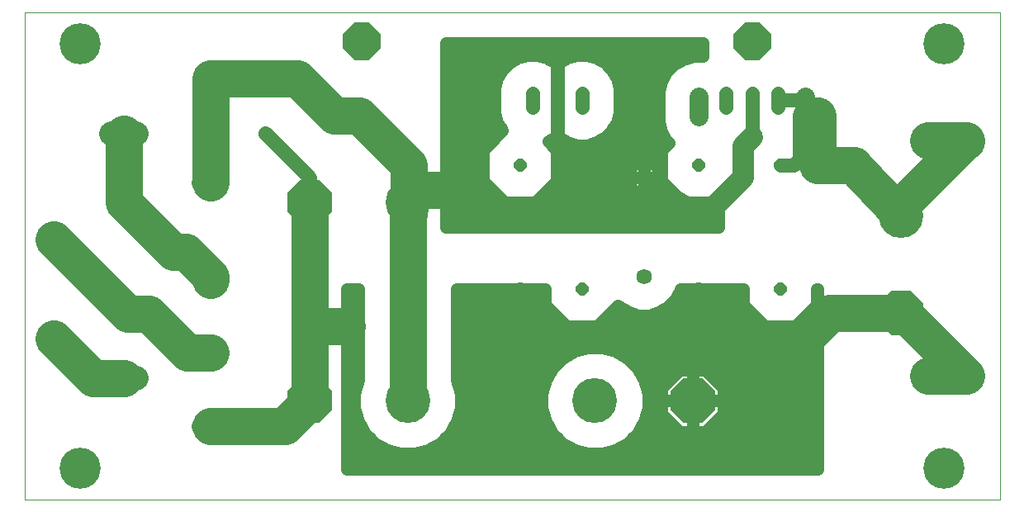
<source format=gbl>
G75*
%MOIN*%
%OFA0B0*%
%FSLAX25Y25*%
%IPPOS*%
%LPD*%
%AMOC8*
5,1,8,0,0,1.08239X$1,22.5*
%
%ADD10C,0.07810*%
%ADD11C,0.10000*%
%ADD12OC8,0.05175*%
%ADD13C,0.01136*%
%ADD14C,0.05680*%
%ADD15OC8,0.15024*%
%ADD16C,0.00000*%
%ADD17C,0.16598*%
%ADD18C,0.15024*%
%ADD19C,0.06248*%
%ADD20C,0.18100*%
%ADD21OC8,0.18100*%
%ADD22C,0.05591*%
%ADD23C,0.15000*%
%ADD24C,0.05000*%
%ADD25C,0.05600*%
%ADD26C,0.03962*%
%ADD27C,0.08600*%
%ADD28C,0.03200*%
%ADD29C,0.01600*%
D10*
X0076132Y0037864D02*
X0083942Y0037864D01*
X0083942Y0067392D02*
X0076132Y0067392D01*
X0076132Y0096919D02*
X0083942Y0096919D01*
X0083942Y0136289D02*
X0076132Y0136289D01*
X0277277Y0162995D02*
X0277277Y0170805D01*
X0320277Y0170805D02*
X0320277Y0162995D01*
D11*
X0320237Y0163140D02*
X0320237Y0147939D01*
X0325037Y0143140D01*
X0050037Y0155865D02*
X0040037Y0155865D01*
X0040037Y0057265D02*
X0050037Y0057265D01*
D12*
X0205037Y0093140D03*
X0230037Y0093140D03*
X0277084Y0093140D03*
X0310037Y0093140D03*
X0310037Y0143140D03*
X0277084Y0143140D03*
X0230037Y0143140D03*
X0205037Y0143140D03*
D13*
X0102481Y0154366D02*
X0103049Y0153798D01*
X0101167Y0153798D01*
X0099837Y0155128D01*
X0099837Y0157010D01*
X0101167Y0158340D01*
X0103049Y0158340D01*
X0104379Y0157010D01*
X0104379Y0155128D01*
X0103049Y0153798D01*
X0102696Y0154650D01*
X0101520Y0154650D01*
X0100689Y0155481D01*
X0100689Y0156657D01*
X0101520Y0157488D01*
X0102696Y0157488D01*
X0103527Y0156657D01*
X0103527Y0155481D01*
X0102696Y0154650D01*
X0102343Y0155502D01*
X0101873Y0155502D01*
X0101541Y0155834D01*
X0101541Y0156304D01*
X0101873Y0156636D01*
X0102343Y0156636D01*
X0102675Y0156304D01*
X0102675Y0155834D01*
X0102343Y0155502D01*
X0081267Y0175579D02*
X0081835Y0175011D01*
X0079953Y0175011D01*
X0078623Y0176341D01*
X0078623Y0178223D01*
X0079953Y0179553D01*
X0081835Y0179553D01*
X0083165Y0178223D01*
X0083165Y0176341D01*
X0081835Y0175011D01*
X0081482Y0175863D01*
X0080306Y0175863D01*
X0079475Y0176694D01*
X0079475Y0177870D01*
X0080306Y0178701D01*
X0081482Y0178701D01*
X0082313Y0177870D01*
X0082313Y0176694D01*
X0081482Y0175863D01*
X0081129Y0176715D01*
X0080659Y0176715D01*
X0080327Y0177047D01*
X0080327Y0177517D01*
X0080659Y0177849D01*
X0081129Y0177849D01*
X0081461Y0177517D01*
X0081461Y0177047D01*
X0081129Y0176715D01*
D14*
X0210037Y0172240D02*
X0210037Y0166560D01*
X0220037Y0166560D02*
X0220037Y0172240D01*
X0230037Y0172240D02*
X0230037Y0166560D01*
D15*
X0298777Y0193140D03*
X0141296Y0193140D03*
D16*
X0005037Y0204990D02*
X0005037Y0008140D01*
X0398737Y0008140D01*
X0398737Y0204990D01*
X0005037Y0204990D01*
D17*
X0027674Y0192195D03*
X0027674Y0020935D03*
X0376100Y0020935D03*
X0376100Y0192195D03*
D18*
X0370013Y0153140D02*
X0385037Y0153140D01*
X0385037Y0058140D02*
X0370013Y0058140D01*
X0027471Y0062516D02*
X0016848Y0073140D01*
X0027471Y0102516D02*
X0016848Y0113140D01*
D19*
X0255037Y0098140D03*
X0255037Y0138140D03*
D20*
X0159722Y0128140D03*
X0159722Y0048140D03*
X0235351Y0048140D03*
X0358698Y0122825D03*
D21*
X0358698Y0083455D03*
X0274722Y0048140D03*
X0120351Y0048140D03*
X0120351Y0128140D03*
D22*
X0288304Y0166604D02*
X0288304Y0172195D01*
X0298777Y0172195D02*
X0298777Y0166604D01*
X0309249Y0166604D02*
X0309249Y0172195D01*
D23*
X0325037Y0163140D02*
X0325037Y0146565D01*
X0325037Y0143140D02*
X0339722Y0143140D01*
X0341021Y0141841D02*
X0358698Y0122825D01*
X0360037Y0128140D02*
X0385037Y0153140D01*
X0385037Y0152825D01*
X0385037Y0153140D02*
X0371611Y0153140D01*
X0360351Y0083455D02*
X0359722Y0083455D01*
X0358698Y0083455D01*
X0331690Y0083455D01*
X0330351Y0083455D02*
X0320037Y0073140D01*
X0359722Y0083455D02*
X0385037Y0058140D01*
X0373462Y0058140D01*
X0370037Y0058140D02*
X0385037Y0058140D01*
X0180037Y0133140D02*
X0160037Y0133140D01*
X0160037Y0123140D01*
X0159722Y0123140D01*
X0159722Y0128140D01*
X0159722Y0048140D01*
X0120351Y0048140D02*
X0120351Y0078140D01*
X0135037Y0078140D01*
X0120351Y0048140D02*
X0120351Y0128140D01*
X0160037Y0133140D02*
X0160037Y0143140D01*
X0140037Y0163140D01*
X0130037Y0163140D01*
X0115037Y0178140D01*
X0080037Y0178140D01*
X0080037Y0136289D01*
X0065037Y0108140D02*
X0045037Y0128140D01*
X0045037Y0155865D01*
X0016848Y0113140D02*
X0046848Y0083140D01*
X0055037Y0083140D01*
X0070785Y0067392D01*
X0080037Y0067392D01*
X0045037Y0057265D02*
X0032722Y0057265D01*
X0016848Y0073140D01*
X0070037Y0108140D02*
X0080037Y0098140D01*
X0080037Y0096919D01*
X0070037Y0108140D02*
X0065037Y0108140D01*
X0120351Y0048140D02*
X0110076Y0037864D01*
X0080037Y0037864D01*
D24*
X0135037Y0038131D02*
X0140798Y0038131D01*
X0139787Y0039883D02*
X0142603Y0035004D01*
X0146586Y0031021D01*
X0151464Y0028205D01*
X0156905Y0026747D01*
X0162538Y0026747D01*
X0167979Y0028205D01*
X0172857Y0031021D01*
X0176840Y0035004D01*
X0179656Y0039883D01*
X0181114Y0045323D01*
X0181114Y0050956D01*
X0179656Y0056397D01*
X0179564Y0056557D01*
X0179564Y0093140D01*
X0205036Y0093140D01*
X0205036Y0093140D01*
X0198949Y0093140D01*
X0198949Y0090618D01*
X0202515Y0087052D01*
X0205036Y0087052D01*
X0205036Y0093140D01*
X0205037Y0093140D01*
X0215107Y0093140D01*
X0215107Y0086956D01*
X0223852Y0078210D01*
X0236221Y0078210D01*
X0244657Y0086646D01*
X0245540Y0085763D01*
X0249067Y0083727D01*
X0253000Y0082673D01*
X0257073Y0082673D01*
X0261006Y0083727D01*
X0264533Y0085763D01*
X0267413Y0088643D01*
X0269449Y0092170D01*
X0269709Y0093140D01*
X0277084Y0093140D01*
X0295107Y0093140D01*
X0295107Y0086956D01*
X0303852Y0078210D01*
X0316221Y0078210D01*
X0324966Y0086956D01*
X0324966Y0093140D01*
X0325037Y0093140D01*
X0325037Y0020482D01*
X0135037Y0020482D01*
X0135037Y0093140D01*
X0139879Y0093140D01*
X0139879Y0056557D01*
X0139787Y0056397D01*
X0138329Y0050956D01*
X0138329Y0045323D01*
X0139787Y0039883D01*
X0138917Y0043129D02*
X0135037Y0043129D01*
X0135037Y0048128D02*
X0138329Y0048128D01*
X0138911Y0053126D02*
X0135037Y0053126D01*
X0135037Y0058125D02*
X0139879Y0058125D01*
X0139879Y0063123D02*
X0135037Y0063123D01*
X0135037Y0068122D02*
X0139879Y0068122D01*
X0139879Y0073120D02*
X0135037Y0073120D01*
X0135037Y0078119D02*
X0139879Y0078119D01*
X0139879Y0083117D02*
X0135037Y0083117D01*
X0135037Y0088116D02*
X0139879Y0088116D01*
X0139879Y0093114D02*
X0135037Y0093114D01*
X0179564Y0093114D02*
X0198949Y0093114D01*
X0205036Y0093114D02*
X0205037Y0093114D01*
X0205037Y0093140D02*
X0205037Y0087052D01*
X0207558Y0087052D01*
X0211124Y0090618D01*
X0211124Y0093140D01*
X0205037Y0093140D01*
X0205037Y0093140D01*
X0205036Y0088116D02*
X0205037Y0088116D01*
X0208622Y0088116D02*
X0215107Y0088116D01*
X0215107Y0093114D02*
X0211124Y0093114D01*
X0201451Y0088116D02*
X0179564Y0088116D01*
X0179564Y0083117D02*
X0218945Y0083117D01*
X0241128Y0083117D02*
X0251343Y0083117D01*
X0258730Y0083117D02*
X0298945Y0083117D01*
X0295107Y0088116D02*
X0280669Y0088116D01*
X0279605Y0087052D02*
X0277084Y0087052D01*
X0277084Y0093140D01*
X0277084Y0093140D01*
X0283171Y0093140D01*
X0283171Y0090618D01*
X0279605Y0087052D01*
X0277084Y0087052D02*
X0277084Y0093140D01*
X0277084Y0093140D01*
X0277084Y0093140D01*
X0270996Y0093140D01*
X0270996Y0090618D01*
X0274562Y0087052D01*
X0277084Y0087052D01*
X0277084Y0088116D02*
X0277084Y0088116D01*
X0273499Y0088116D02*
X0266886Y0088116D01*
X0269702Y0093114D02*
X0270996Y0093114D01*
X0277084Y0093114D02*
X0277084Y0093114D01*
X0283171Y0093114D02*
X0295107Y0093114D01*
X0321128Y0083117D02*
X0325037Y0083117D01*
X0325037Y0078119D02*
X0179564Y0078119D01*
X0179564Y0073120D02*
X0325037Y0073120D01*
X0325037Y0068122D02*
X0243431Y0068122D01*
X0243609Y0068074D02*
X0238168Y0069532D01*
X0232535Y0069532D01*
X0227094Y0068074D01*
X0222216Y0065258D01*
X0218233Y0061275D01*
X0215417Y0056397D01*
X0213959Y0050956D01*
X0213959Y0045323D01*
X0215417Y0039883D01*
X0218233Y0035004D01*
X0222216Y0031021D01*
X0227094Y0028205D01*
X0232535Y0026747D01*
X0238168Y0026747D01*
X0243609Y0028205D01*
X0248487Y0031021D01*
X0252470Y0035004D01*
X0255286Y0039883D01*
X0256744Y0045323D01*
X0256744Y0050956D01*
X0255286Y0056397D01*
X0252470Y0061275D01*
X0248487Y0065258D01*
X0243609Y0068074D01*
X0250621Y0063123D02*
X0325037Y0063123D01*
X0325037Y0058125D02*
X0282485Y0058125D01*
X0279920Y0060690D02*
X0274722Y0060690D01*
X0274722Y0048140D01*
X0287272Y0048140D01*
X0287272Y0053338D01*
X0279920Y0060690D01*
X0274721Y0060690D02*
X0269523Y0060690D01*
X0262172Y0053338D01*
X0262172Y0048140D01*
X0274721Y0048140D01*
X0274721Y0048140D01*
X0274721Y0060690D01*
X0274721Y0058125D02*
X0274722Y0058125D01*
X0266958Y0058125D02*
X0254289Y0058125D01*
X0256162Y0053126D02*
X0262172Y0053126D01*
X0262172Y0048140D02*
X0262172Y0042941D01*
X0269523Y0035590D01*
X0274721Y0035590D01*
X0274721Y0048140D01*
X0274722Y0048140D01*
X0274722Y0048140D01*
X0287272Y0048140D01*
X0287272Y0042941D01*
X0279920Y0035590D01*
X0274722Y0035590D01*
X0274722Y0048140D01*
X0274721Y0048140D01*
X0262172Y0048140D01*
X0262172Y0048128D02*
X0256744Y0048128D01*
X0256156Y0043129D02*
X0262172Y0043129D01*
X0266982Y0038131D02*
X0254275Y0038131D01*
X0250598Y0033132D02*
X0325037Y0033132D01*
X0325037Y0028134D02*
X0243343Y0028134D01*
X0227360Y0028134D02*
X0167713Y0028134D01*
X0174968Y0033132D02*
X0220105Y0033132D01*
X0216428Y0038131D02*
X0178645Y0038131D01*
X0180526Y0043129D02*
X0214547Y0043129D01*
X0213959Y0048128D02*
X0181114Y0048128D01*
X0180533Y0053126D02*
X0214540Y0053126D01*
X0216414Y0058125D02*
X0179564Y0058125D01*
X0179564Y0063123D02*
X0220082Y0063123D01*
X0227272Y0068122D02*
X0179564Y0068122D01*
X0144475Y0033132D02*
X0135037Y0033132D01*
X0135037Y0028134D02*
X0151730Y0028134D01*
X0135037Y0023135D02*
X0325037Y0023135D01*
X0325037Y0038131D02*
X0282461Y0038131D01*
X0274722Y0038131D02*
X0274721Y0038131D01*
X0274721Y0043129D02*
X0274722Y0043129D01*
X0274721Y0048128D02*
X0274722Y0048128D01*
X0274721Y0053126D02*
X0274722Y0053126D01*
X0287272Y0053126D02*
X0325037Y0053126D01*
X0325037Y0048128D02*
X0287272Y0048128D01*
X0287272Y0043129D02*
X0325037Y0043129D01*
X0324966Y0088116D02*
X0325037Y0088116D01*
X0324966Y0093114D02*
X0325037Y0093114D01*
X0285037Y0118140D02*
X0175037Y0118140D01*
X0175037Y0192648D01*
X0278922Y0192648D01*
X0278922Y0187052D01*
X0275138Y0187052D01*
X0271005Y0185945D01*
X0267300Y0183806D01*
X0264275Y0180781D01*
X0262136Y0177076D01*
X0261029Y0172944D01*
X0261029Y0160856D01*
X0262136Y0156723D01*
X0264275Y0153018D01*
X0265062Y0152232D01*
X0262154Y0149324D01*
X0262154Y0136956D01*
X0270900Y0128210D01*
X0283268Y0128210D01*
X0285037Y0129978D01*
X0285037Y0118140D01*
X0285037Y0123106D02*
X0175037Y0123106D01*
X0175037Y0128104D02*
X0285037Y0128104D01*
X0266007Y0133103D02*
X0259353Y0133103D01*
X0259413Y0133149D02*
X0260027Y0133763D01*
X0260556Y0134452D01*
X0260990Y0135204D01*
X0261322Y0136006D01*
X0261547Y0136845D01*
X0261661Y0137706D01*
X0261661Y0138140D01*
X0261661Y0138574D01*
X0261547Y0139435D01*
X0261322Y0140274D01*
X0260990Y0141076D01*
X0260556Y0141828D01*
X0260027Y0142517D01*
X0259413Y0143131D01*
X0258725Y0143659D01*
X0257973Y0144093D01*
X0257170Y0144426D01*
X0256332Y0144650D01*
X0255471Y0144764D01*
X0255037Y0144764D01*
X0255037Y0138140D01*
X0261661Y0138140D01*
X0255037Y0138140D01*
X0255037Y0138140D01*
X0255036Y0138140D01*
X0255036Y0138140D01*
X0248413Y0138140D01*
X0248413Y0138574D01*
X0248526Y0139435D01*
X0248751Y0140274D01*
X0249083Y0141076D01*
X0249517Y0141828D01*
X0250046Y0142517D01*
X0250660Y0143131D01*
X0251349Y0143659D01*
X0252101Y0144093D01*
X0252903Y0144426D01*
X0253741Y0144650D01*
X0254602Y0144764D01*
X0255036Y0144764D01*
X0255036Y0138140D01*
X0248413Y0138140D01*
X0248413Y0137706D01*
X0248526Y0136845D01*
X0248751Y0136006D01*
X0249083Y0135204D01*
X0249517Y0134452D01*
X0250046Y0133763D01*
X0250660Y0133149D01*
X0251349Y0132620D01*
X0252101Y0132186D01*
X0252903Y0131854D01*
X0253741Y0131629D01*
X0254602Y0131516D01*
X0255036Y0131516D01*
X0255036Y0138140D01*
X0255037Y0138140D01*
X0255037Y0131516D01*
X0255471Y0131516D01*
X0256332Y0131629D01*
X0257170Y0131854D01*
X0257973Y0132186D01*
X0258725Y0132620D01*
X0259413Y0133149D01*
X0255037Y0133103D02*
X0255036Y0133103D01*
X0250720Y0133103D02*
X0216113Y0133103D01*
X0219966Y0136956D02*
X0211221Y0128210D01*
X0198852Y0128210D01*
X0190107Y0136956D01*
X0190107Y0149324D01*
X0197954Y0157171D01*
X0197887Y0157237D01*
X0195889Y0160699D01*
X0194854Y0164561D01*
X0194854Y0174238D01*
X0195889Y0178100D01*
X0197887Y0181562D01*
X0200714Y0184389D01*
X0204176Y0186387D01*
X0208038Y0187422D01*
X0212035Y0187422D01*
X0215897Y0186387D01*
X0219359Y0184389D01*
X0220037Y0183711D01*
X0220714Y0184389D01*
X0224176Y0186387D01*
X0228038Y0187422D01*
X0232035Y0187422D01*
X0235897Y0186387D01*
X0239359Y0184389D01*
X0242186Y0181562D01*
X0244184Y0178100D01*
X0245219Y0174238D01*
X0245219Y0164561D01*
X0244184Y0160699D01*
X0242186Y0157237D01*
X0239359Y0154411D01*
X0235897Y0152412D01*
X0232035Y0151377D01*
X0228038Y0151377D01*
X0224176Y0152412D01*
X0220714Y0154411D01*
X0220037Y0155088D01*
X0219359Y0154411D01*
X0216519Y0152771D01*
X0219966Y0149324D01*
X0219966Y0136956D01*
X0219966Y0138101D02*
X0226466Y0138101D01*
X0227515Y0137052D02*
X0223949Y0140618D01*
X0223949Y0143140D01*
X0230036Y0143140D01*
X0230036Y0143140D01*
X0230036Y0149227D01*
X0227515Y0149227D01*
X0223949Y0145661D01*
X0223949Y0143140D01*
X0230036Y0143140D01*
X0230037Y0143140D01*
X0236124Y0143140D01*
X0236124Y0145661D01*
X0232558Y0149227D01*
X0230037Y0149227D01*
X0230037Y0143140D01*
X0230037Y0143140D01*
X0236124Y0143140D01*
X0236124Y0140618D01*
X0232558Y0137052D01*
X0230037Y0137052D01*
X0230037Y0143140D01*
X0230036Y0143140D01*
X0230036Y0137052D01*
X0227515Y0137052D01*
X0230036Y0138101D02*
X0230037Y0138101D01*
X0233607Y0138101D02*
X0248413Y0138101D01*
X0255036Y0138101D02*
X0255037Y0138101D01*
X0261661Y0138101D02*
X0262154Y0138101D01*
X0262154Y0143100D02*
X0259444Y0143100D01*
X0255037Y0143100D02*
X0255036Y0143100D01*
X0250629Y0143100D02*
X0236124Y0143100D01*
X0230037Y0143100D02*
X0230036Y0143100D01*
X0230036Y0148098D02*
X0230037Y0148098D01*
X0233687Y0148098D02*
X0262154Y0148098D01*
X0264230Y0153097D02*
X0237083Y0153097D01*
X0226386Y0148098D02*
X0219966Y0148098D01*
X0219966Y0143100D02*
X0223949Y0143100D01*
X0222990Y0153097D02*
X0217083Y0153097D01*
X0197392Y0158095D02*
X0175037Y0158095D01*
X0175037Y0163094D02*
X0195247Y0163094D01*
X0194854Y0168092D02*
X0175037Y0168092D01*
X0175037Y0173091D02*
X0194854Y0173091D01*
X0195886Y0178089D02*
X0175037Y0178089D01*
X0175037Y0183088D02*
X0199413Y0183088D01*
X0175037Y0188086D02*
X0278922Y0188086D01*
X0266582Y0183088D02*
X0240660Y0183088D01*
X0244187Y0178089D02*
X0262721Y0178089D01*
X0261069Y0173091D02*
X0245219Y0173091D01*
X0245219Y0168092D02*
X0261029Y0168092D01*
X0261029Y0163094D02*
X0244826Y0163094D01*
X0242681Y0158095D02*
X0261769Y0158095D01*
X0193879Y0153097D02*
X0175037Y0153097D01*
X0175037Y0148098D02*
X0190107Y0148098D01*
X0190107Y0143100D02*
X0175037Y0143100D01*
X0175037Y0138101D02*
X0190107Y0138101D01*
X0193960Y0133103D02*
X0175037Y0133103D01*
D25*
X0220037Y0153140D02*
X0220037Y0188140D01*
X0220037Y0153140D02*
X0230037Y0143140D01*
X0255037Y0138140D02*
X0280037Y0123140D01*
X0310037Y0143140D02*
X0315438Y0143140D01*
X0320237Y0147939D01*
X0298777Y0154518D02*
X0298777Y0169400D01*
X0309796Y0169400D02*
X0317777Y0169400D01*
X0320277Y0166900D01*
X0320824Y0169400D02*
X0317777Y0169400D01*
X0120037Y0138140D02*
X0120037Y0128455D01*
X0120351Y0128140D01*
X0120037Y0138140D02*
X0102108Y0156069D01*
D26*
X0175037Y0158140D03*
X0175037Y0178140D03*
X0195037Y0188140D03*
X0270037Y0188140D03*
X0180037Y0138140D03*
X0175037Y0138140D03*
X0175037Y0133140D03*
X0180037Y0133140D03*
X0180037Y0128140D03*
X0175037Y0128140D03*
X0135037Y0093140D03*
X0135037Y0083140D03*
X0135037Y0078140D03*
X0140037Y0078140D03*
X0135037Y0073140D03*
X0185037Y0078140D03*
X0185037Y0083140D03*
X0185037Y0088140D03*
X0210037Y0073140D03*
X0210037Y0068140D03*
X0210037Y0063140D03*
X0250037Y0073140D03*
X0250037Y0078140D03*
X0250037Y0083140D03*
X0320037Y0073140D03*
X0325037Y0073140D03*
X0325037Y0078140D03*
X0325037Y0068140D03*
X0320037Y0068140D03*
X0245037Y0123140D03*
D27*
X0280037Y0123140D02*
X0295037Y0138140D01*
X0295037Y0150778D01*
X0298777Y0154518D01*
D28*
X0339722Y0143140D02*
X0340037Y0143140D01*
D29*
X0339722Y0143140D02*
X0339722Y0141801D01*
X0358698Y0122825D01*
X0325037Y0146565D02*
X0325037Y0162140D01*
X0320277Y0166900D01*
X0321572Y0083455D02*
X0321572Y0069557D01*
X0321572Y0083455D02*
X0330351Y0083455D01*
X0358698Y0083455D01*
M02*

</source>
